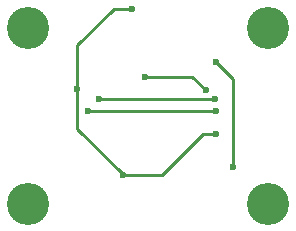
<source format=gbl>
%TF.GenerationSoftware,KiCad,Pcbnew,7.0.8-7.0.8~ubuntu22.04.1*%
%TF.CreationDate,2024-02-05T12:43:10-08:00*%
%TF.ProjectId,278nm_ELUC3535NUB_16mA,3237386e-6d5f-4454-9c55-43333533354e,rev?*%
%TF.SameCoordinates,Original*%
%TF.FileFunction,Copper,L2,Bot*%
%TF.FilePolarity,Positive*%
%FSLAX46Y46*%
G04 Gerber Fmt 4.6, Leading zero omitted, Abs format (unit mm)*
G04 Created by KiCad (PCBNEW 7.0.8-7.0.8~ubuntu22.04.1) date 2024-02-05 12:43:10*
%MOMM*%
%LPD*%
G01*
G04 APERTURE LIST*
%TA.AperFunction,ComponentPad*%
%ADD10C,3.570000*%
%TD*%
%TA.AperFunction,ViaPad*%
%ADD11C,0.600000*%
%TD*%
%TA.AperFunction,Conductor*%
%ADD12C,0.250000*%
%TD*%
G04 APERTURE END LIST*
D10*
%TO.P,M1,~*%
%TO.N,N/C*%
X52540000Y-52540000D03*
%TD*%
%TO.P,M2,~*%
%TO.N,N/C*%
X72860000Y-52540000D03*
%TD*%
%TO.P,M3,~*%
%TO.N,N/C*%
X72860000Y-67460000D03*
%TD*%
%TO.P,M4,~*%
%TO.N,N/C*%
X52540000Y-67460000D03*
%TD*%
D11*
%TO.N,GND*%
X60604400Y-64947800D03*
X56718200Y-57683400D03*
X61341000Y-50876200D03*
X68453000Y-61493400D03*
%TO.N,/VIN*%
X67564000Y-57758204D03*
X62433200Y-56642000D03*
%TO.N,/10V*%
X69900800Y-64312800D03*
X68478000Y-55397000D03*
%TO.N,/SCL*%
X68402200Y-58496200D03*
X58572400Y-58496200D03*
%TO.N,/SDA*%
X57632600Y-59537600D03*
X68472931Y-59517669D03*
%TD*%
D12*
%TO.N,/10V*%
X68478000Y-55397000D02*
X69900800Y-56819800D01*
X69900800Y-56819800D02*
X69900800Y-64312800D01*
%TO.N,GND*%
X60629800Y-64973200D02*
X63906400Y-64973200D01*
X56718200Y-57683400D02*
X56718200Y-61036200D01*
X56718200Y-61036200D02*
X60604400Y-64922400D01*
X60604400Y-64947800D02*
X60629800Y-64973200D01*
X56718200Y-53949600D02*
X59791600Y-50876200D01*
X60604400Y-64922400D02*
X60604400Y-64947800D01*
X59791600Y-50876200D02*
X61341000Y-50876200D01*
X63906400Y-64973200D02*
X67386200Y-61493400D01*
X56718200Y-57683400D02*
X56718200Y-53949600D01*
X67386200Y-61493400D02*
X68453000Y-61493400D01*
%TO.N,/VIN*%
X66447796Y-56642000D02*
X67564000Y-57758204D01*
X62433200Y-56642000D02*
X66447796Y-56642000D01*
%TO.N,/SCL*%
X58572400Y-58496200D02*
X68402200Y-58496200D01*
%TO.N,/SDA*%
X57652531Y-59517669D02*
X68472931Y-59517669D01*
X57632600Y-59537600D02*
X57652531Y-59517669D01*
%TD*%
M02*

</source>
